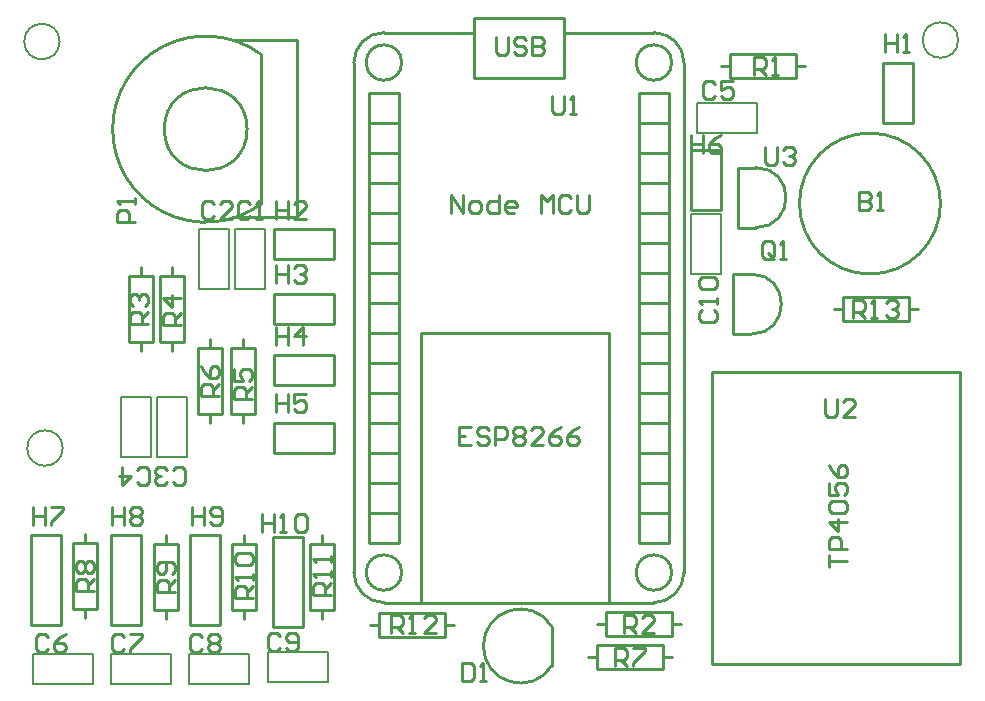
<source format=gto>
%FSLAX43Y43*%
%MOMM*%
G71*
G01*
G75*
%ADD10C,0.500*%
%ADD11C,2.540*%
%ADD12R,2.500X3.000*%
%ADD13R,2.400X3.000*%
%ADD14R,3.000X3.000*%
%ADD15C,2.032*%
%ADD16O,2.032X1.778*%
%ADD17C,1.000*%
%ADD18C,3.048*%
%ADD19O,2.286X1.778*%
%ADD20O,1.778X2.032*%
%ADD21C,1.270*%
%ADD22C,0.254*%
%ADD23C,0.127*%
D22*
X231267Y71882D02*
G03*
X231267Y71882I-5969J0D01*
G01*
X184150Y86360D02*
G03*
X181610Y83820I0J-2540D01*
G01*
X209550D02*
G03*
X207010Y86360I-2540J0D01*
G01*
Y38100D02*
G03*
X209550Y40640I0J2540D01*
G01*
X181610D02*
G03*
X184150Y38100I2540J0D01*
G01*
X185651Y83820D02*
G03*
X185651Y83820I-1501J0D01*
G01*
X208511D02*
G03*
X208511Y83820I-1501J0D01*
G01*
X185651Y40640D02*
G03*
X185651Y40640I-1501J0D01*
G01*
X208511D02*
G03*
X208511Y40640I-1501J0D01*
G01*
X172568Y78181D02*
G03*
X172568Y78181I-3505J0D01*
G01*
X173709Y84545D02*
G03*
X173757Y71853I-4647J-6364D01*
G01*
X215265Y60833D02*
G03*
X215265Y65913I0J2540D01*
G01*
X215646Y69850D02*
G03*
X215646Y74930I0J2540D01*
G01*
X198374Y36068D02*
G03*
X198374Y32766I-2667J-1651D01*
G01*
X211963Y32893D02*
Y57658D01*
X232918D01*
Y32893D02*
Y57658D01*
X211963Y32893D02*
X232918D01*
X182880Y81280D02*
X185420D01*
X182880Y60960D02*
Y81280D01*
Y43180D02*
X185420D01*
Y60960D01*
X182880D02*
X185420D01*
X182880Y43180D02*
Y60960D01*
X205740Y43180D02*
Y60960D01*
X208280D01*
Y43180D02*
Y60960D01*
X205740Y43180D02*
X208280D01*
X205740Y60960D02*
Y81280D01*
X208280D01*
Y60960D02*
Y81280D01*
X205740Y60960D02*
X208280D01*
X181610Y40640D02*
Y83820D01*
X182880Y60960D02*
X185420D01*
X182880D02*
X185420D01*
Y81280D01*
X182880Y63500D02*
X185420D01*
X182880Y66040D02*
X185420D01*
X182880Y68580D02*
X185420D01*
X182880Y71120D02*
X185420D01*
X182880Y73660D02*
X185420D01*
X182880Y76200D02*
X185420D01*
X182880Y78740D02*
X185420D01*
X182880Y58420D02*
X185420D01*
X182880Y55880D02*
X185420D01*
X182880Y53340D02*
X185420D01*
X182880Y50800D02*
X185420D01*
X182880Y48260D02*
X185420D01*
X182880Y45720D02*
X185420D01*
X205740D02*
X208280D01*
X205740Y48260D02*
X208280D01*
X205740Y50800D02*
X208280D01*
X205740Y53340D02*
X208280D01*
X205740Y55880D02*
X208280D01*
X205740Y58420D02*
X208280D01*
X205740Y63500D02*
X208280D01*
X205740Y66040D02*
X208280D01*
X205740Y68580D02*
X208280D01*
X205740Y71120D02*
X208280D01*
X205740Y73660D02*
X208280D01*
X205740Y76200D02*
X208280D01*
X205740Y78740D02*
X208280D01*
X209550Y40640D02*
Y83820D01*
X184150Y38100D02*
X207010D01*
X199390Y86360D02*
X207010D01*
X191770Y82550D02*
Y87630D01*
Y82550D02*
X199390D01*
Y87630D01*
X191770D02*
X199390D01*
X184150Y86360D02*
X191770D01*
X187325Y38100D02*
Y60960D01*
X203200D01*
Y38100D02*
Y60960D01*
X226441Y78740D02*
Y83820D01*
X228981D01*
Y78740D02*
Y83820D01*
X226441Y78740D02*
X228981D01*
X174879Y53340D02*
X179959D01*
Y50800D02*
Y53340D01*
X174879Y50800D02*
X179959D01*
X174879D02*
Y53340D01*
Y59055D02*
X179959D01*
Y56515D02*
Y59055D01*
X174879Y56515D02*
X179959D01*
X174879D02*
Y59055D01*
Y64262D02*
X179959D01*
Y61722D02*
Y64262D01*
X174879Y61722D02*
X179959D01*
X174879D02*
Y64262D01*
Y69723D02*
X179959D01*
Y67183D02*
Y69723D01*
X174879Y67183D02*
X179959D01*
X174879D02*
Y69723D01*
X167767Y36195D02*
X170307D01*
Y43815D01*
X167767D02*
X170307D01*
X167767Y36195D02*
Y43815D01*
X161036Y36195D02*
X163576D01*
Y43815D01*
X161036D02*
X163576D01*
X161036Y36195D02*
Y43815D01*
X154305Y36195D02*
X156845D01*
Y43815D01*
X154305D02*
X156845D01*
X154305Y36195D02*
Y43815D01*
X213487Y82550D02*
Y84582D01*
X219075D01*
Y82550D02*
Y84582D01*
X213487Y82550D02*
X219075D01*
X212725Y83566D02*
X213487D01*
X219075D02*
X219837D01*
X202946Y35306D02*
Y37338D01*
X208534D01*
Y35306D02*
Y37338D01*
X202946Y35306D02*
X208534D01*
X202184Y36322D02*
X202946D01*
X208534D02*
X209296D01*
X168402Y54102D02*
X170434D01*
X168402D02*
Y59690D01*
X170434D01*
Y54102D02*
Y59690D01*
X169418Y53340D02*
Y54102D01*
Y59690D02*
Y60452D01*
X171196Y54102D02*
X173228D01*
X171196D02*
Y59690D01*
X173228D01*
Y54102D02*
Y59690D01*
X172212Y53340D02*
Y54102D01*
Y59690D02*
Y60452D01*
X165227Y60198D02*
X167259D01*
X165227D02*
Y65786D01*
X167259D01*
Y60198D02*
Y65786D01*
X166243Y59436D02*
Y60198D01*
Y65786D02*
Y66548D01*
X162560Y60198D02*
X164592D01*
X162560D02*
Y65786D01*
X164592D01*
Y60198D02*
Y65786D01*
X163576Y59436D02*
Y60198D01*
Y65786D02*
Y66548D01*
X207772Y32512D02*
Y34544D01*
X202184Y32512D02*
X207772D01*
X202184D02*
Y34544D01*
X207772D01*
Y33528D02*
X208534D01*
X201422D02*
X202184D01*
X189357Y35179D02*
Y37211D01*
X183769Y35179D02*
X189357D01*
X183769D02*
Y37211D01*
X189357D01*
Y36195D02*
X190119D01*
X183007D02*
X183769D01*
X177927Y37465D02*
X179959D01*
X177927D02*
Y43053D01*
X179959D01*
Y37465D02*
Y43053D01*
X178943Y36703D02*
Y37465D01*
Y43053D02*
Y43815D01*
X171323Y37465D02*
X173355D01*
X171323D02*
Y43053D01*
X173355D01*
Y37465D02*
Y43053D01*
X172339Y36703D02*
Y37465D01*
Y43053D02*
Y43815D01*
X164719Y37465D02*
X166751D01*
X164719D02*
Y43053D01*
X166751D01*
Y37465D02*
Y43053D01*
X165735Y36703D02*
Y37465D01*
Y43053D02*
Y43815D01*
X157861Y37592D02*
X159893D01*
X157861D02*
Y43180D01*
X159893D01*
Y37592D02*
Y43180D01*
X158877Y36830D02*
Y37592D01*
Y43180D02*
Y43942D01*
X173736Y71882D02*
Y84582D01*
X171552Y85725D02*
X176784D01*
Y70739D02*
Y85725D01*
X171552Y70739D02*
X176784D01*
X174752Y36068D02*
X177292D01*
Y43688D01*
X174752D02*
X177292D01*
X174752Y36068D02*
Y43688D01*
X213741Y60833D02*
Y65913D01*
Y60833D02*
X215265D01*
X213741Y65913D02*
X215265D01*
X214122Y69850D02*
Y74930D01*
Y69850D02*
X215646D01*
X214122Y74930D02*
X215646D01*
X228600Y61976D02*
Y64008D01*
X223012Y61976D02*
X228600D01*
X223012D02*
Y64008D01*
X228600D01*
Y62992D02*
X229362D01*
X222250D02*
X223012D01*
X198374Y32766D02*
Y36068D01*
X212725Y71374D02*
Y76454D01*
X210185Y71374D02*
X212725D01*
X210185D02*
Y76454D01*
X212725D01*
X216408Y76708D02*
Y75438D01*
X216662Y75184D01*
X217170D01*
X217424Y75438D01*
Y76708D01*
X217932Y76454D02*
X218185Y76708D01*
X218693D01*
X218947Y76454D01*
Y76200D01*
X218693Y75946D01*
X218439D01*
X218693D01*
X218947Y75692D01*
Y75438D01*
X218693Y75184D01*
X218185D01*
X217932Y75438D01*
X184785Y35560D02*
Y37084D01*
X185547D01*
X185801Y36830D01*
Y36322D01*
X185547Y36068D01*
X184785D01*
X185293D02*
X185801Y35560D01*
X186309D02*
X186816D01*
X186562D01*
Y37084D01*
X186309Y36830D01*
X188594Y35560D02*
X187578D01*
X188594Y36576D01*
Y36830D01*
X188340Y37084D01*
X187832D01*
X187578Y36830D01*
X179705Y38735D02*
X178181D01*
Y39497D01*
X178435Y39751D01*
X178943D01*
X179197Y39497D01*
Y38735D01*
Y39243D02*
X179705Y39751D01*
Y40259D02*
Y40766D01*
Y40512D01*
X178181D01*
X178435Y40259D01*
X179705Y41528D02*
Y42036D01*
Y41782D01*
X178181D01*
X178435Y41528D01*
X173101Y38481D02*
X171577D01*
Y39243D01*
X171831Y39497D01*
X172339D01*
X172593Y39243D01*
Y38481D01*
Y38989D02*
X173101Y39497D01*
Y40005D02*
Y40512D01*
Y40258D01*
X171577D01*
X171831Y40005D01*
Y41274D02*
X171577Y41528D01*
Y42036D01*
X171831Y42290D01*
X172847D01*
X173101Y42036D01*
Y41528D01*
X172847Y41274D01*
X171831D01*
X166497Y38989D02*
X164973D01*
Y39751D01*
X165227Y40005D01*
X165735D01*
X165989Y39751D01*
Y38989D01*
Y39497D02*
X166497Y40005D01*
X166243Y40513D02*
X166497Y40766D01*
Y41274D01*
X166243Y41528D01*
X165227D01*
X164973Y41274D01*
Y40766D01*
X165227Y40513D01*
X165481D01*
X165735Y40766D01*
Y41528D01*
X159639Y39116D02*
X158115D01*
Y39878D01*
X158369Y40132D01*
X158877D01*
X159131Y39878D01*
Y39116D01*
Y39624D02*
X159639Y40132D01*
X158369Y40640D02*
X158115Y40893D01*
Y41401D01*
X158369Y41655D01*
X158623D01*
X158877Y41401D01*
X159131Y41655D01*
X159385D01*
X159639Y41401D01*
Y40893D01*
X159385Y40640D01*
X159131D01*
X158877Y40893D01*
X158623Y40640D01*
X158369D01*
X158877Y40893D02*
Y41401D01*
X203708Y32766D02*
Y34290D01*
X204470D01*
X204724Y34036D01*
Y33528D01*
X204470Y33274D01*
X203708D01*
X204216D02*
X204724Y32766D01*
X205232Y34290D02*
X206247D01*
Y34036D01*
X205232Y33020D01*
Y32766D01*
X170180Y55626D02*
X168656D01*
Y56388D01*
X168910Y56642D01*
X169418D01*
X169672Y56388D01*
Y55626D01*
Y56134D02*
X170180Y56642D01*
X168656Y58165D02*
X168910Y57657D01*
X169418Y57150D01*
X169926D01*
X170180Y57403D01*
Y57911D01*
X169926Y58165D01*
X169672D01*
X169418Y57911D01*
Y57150D01*
X172974Y55372D02*
X171450D01*
Y56134D01*
X171704Y56388D01*
X172212D01*
X172466Y56134D01*
Y55372D01*
Y55880D02*
X172974Y56388D01*
X171450Y57911D02*
Y56896D01*
X172212D01*
X171958Y57403D01*
Y57657D01*
X172212Y57911D01*
X172720D01*
X172974Y57657D01*
Y57149D01*
X172720Y56896D01*
X167005Y61595D02*
X165481D01*
Y62357D01*
X165735Y62611D01*
X166243D01*
X166497Y62357D01*
Y61595D01*
Y62103D02*
X167005Y62611D01*
Y63880D02*
X165481D01*
X166243Y63119D01*
Y64134D01*
X164211Y61722D02*
X162687D01*
Y62484D01*
X162941Y62738D01*
X163449D01*
X163703Y62484D01*
Y61722D01*
Y62230D02*
X164211Y62738D01*
X162941Y63246D02*
X162687Y63499D01*
Y64007D01*
X162941Y64261D01*
X163195D01*
X163449Y64007D01*
Y63753D01*
Y64007D01*
X163703Y64261D01*
X163957D01*
X164211Y64007D01*
Y63499D01*
X163957Y63246D01*
X204470Y35560D02*
Y37084D01*
X205232D01*
X205486Y36830D01*
Y36322D01*
X205232Y36068D01*
X204470D01*
X204978D02*
X205486Y35560D01*
X207009D02*
X205994D01*
X207009Y36576D01*
Y36830D01*
X206755Y37084D01*
X206247D01*
X205994Y36830D01*
X215519Y82804D02*
Y84328D01*
X216281D01*
X216535Y84074D01*
Y83566D01*
X216281Y83312D01*
X215519D01*
X216027D02*
X216535Y82804D01*
X217043D02*
X217550D01*
X217296D01*
Y84328D01*
X217043Y84074D01*
X217170Y67437D02*
Y68453D01*
X216916Y68707D01*
X216408D01*
X216154Y68453D01*
Y67437D01*
X216408Y67183D01*
X216916D01*
X216662Y67691D02*
X217170Y67183D01*
X216916D02*
X217170Y67437D01*
X217678Y67183D02*
X218185D01*
X217931D01*
Y68707D01*
X217678Y68453D01*
X163068Y70358D02*
X161544D01*
Y71120D01*
X161798Y71374D01*
X162306D01*
X162560Y71120D01*
Y70358D01*
X163068Y71882D02*
Y72389D01*
Y72135D01*
X161544D01*
X161798Y71882D01*
X173863Y45593D02*
Y44069D01*
Y44831D01*
X174879D01*
Y45593D01*
Y44069D01*
X175387D02*
X175894D01*
X175640D01*
Y45593D01*
X175387Y45339D01*
X176656D02*
X176910Y45593D01*
X177418D01*
X177672Y45339D01*
Y44323D01*
X177418Y44069D01*
X176910D01*
X176656Y44323D01*
Y45339D01*
X167894Y46228D02*
Y44704D01*
Y45466D01*
X168910D01*
Y46228D01*
Y44704D01*
X169418Y44958D02*
X169671Y44704D01*
X170179D01*
X170433Y44958D01*
Y45974D01*
X170179Y46228D01*
X169671D01*
X169418Y45974D01*
Y45720D01*
X169671Y45466D01*
X170433D01*
X161163Y46228D02*
Y44704D01*
Y45466D01*
X162179D01*
Y46228D01*
Y44704D01*
X162687Y45974D02*
X162940Y46228D01*
X163448D01*
X163702Y45974D01*
Y45720D01*
X163448Y45466D01*
X163702Y45212D01*
Y44958D01*
X163448Y44704D01*
X162940D01*
X162687Y44958D01*
Y45212D01*
X162940Y45466D01*
X162687Y45720D01*
Y45974D01*
X162940Y45466D02*
X163448D01*
X154432Y46228D02*
Y44704D01*
Y45466D01*
X155448D01*
Y46228D01*
Y44704D01*
X155956Y46228D02*
X156971D01*
Y45974D01*
X155956Y44958D01*
Y44704D01*
X210185Y77724D02*
Y76200D01*
Y76962D01*
X211201D01*
Y77724D01*
Y76200D01*
X212724Y77724D02*
X212216Y77470D01*
X211709Y76962D01*
Y76454D01*
X211962Y76200D01*
X212470D01*
X212724Y76454D01*
Y76708D01*
X212470Y76962D01*
X211709D01*
X175006Y55753D02*
Y54229D01*
Y54991D01*
X176022D01*
Y55753D01*
Y54229D01*
X177545Y55753D02*
X176530D01*
Y54991D01*
X177037Y55245D01*
X177291D01*
X177545Y54991D01*
Y54483D01*
X177291Y54229D01*
X176783D01*
X176530Y54483D01*
X175006Y61468D02*
Y59944D01*
Y60706D01*
X176022D01*
Y61468D01*
Y59944D01*
X177291D02*
Y61468D01*
X176530Y60706D01*
X177545D01*
X175006Y66675D02*
Y65151D01*
Y65913D01*
X176022D01*
Y66675D01*
Y65151D01*
X176530Y66421D02*
X176783Y66675D01*
X177291D01*
X177545Y66421D01*
Y66167D01*
X177291Y65913D01*
X177037D01*
X177291D01*
X177545Y65659D01*
Y65405D01*
X177291Y65151D01*
X176783D01*
X176530Y65405D01*
X175006Y72136D02*
Y70612D01*
Y71374D01*
X176022D01*
Y72136D01*
Y70612D01*
X177545D02*
X176530D01*
X177545Y71628D01*
Y71882D01*
X177291Y72136D01*
X176783D01*
X176530Y71882D01*
X226568Y86233D02*
Y84709D01*
Y85471D01*
X227584D01*
Y86233D01*
Y84709D01*
X228092D02*
X228599D01*
X228345D01*
Y86233D01*
X228092Y85979D01*
X190754Y33020D02*
Y31496D01*
X191516D01*
X191770Y31750D01*
Y32766D01*
X191516Y33020D01*
X190754D01*
X192278Y31496D02*
X192785D01*
X192531D01*
Y33020D01*
X192278Y32766D01*
X211074Y62865D02*
X210820Y62611D01*
Y62103D01*
X211074Y61849D01*
X212090D01*
X212344Y62103D01*
Y62611D01*
X212090Y62865D01*
X212344Y63373D02*
Y63880D01*
Y63626D01*
X210820D01*
X211074Y63373D01*
Y64642D02*
X210820Y64896D01*
Y65404D01*
X211074Y65658D01*
X212090D01*
X212344Y65404D01*
Y64896D01*
X212090Y64642D01*
X211074D01*
X175387Y35306D02*
X175133Y35560D01*
X174625D01*
X174371Y35306D01*
Y34290D01*
X174625Y34036D01*
X175133D01*
X175387Y34290D01*
X175895D02*
X176148Y34036D01*
X176656D01*
X176910Y34290D01*
Y35306D01*
X176656Y35560D01*
X176148D01*
X175895Y35306D01*
Y35052D01*
X176148Y34798D01*
X176910D01*
X168783Y35179D02*
X168529Y35433D01*
X168021D01*
X167767Y35179D01*
Y34163D01*
X168021Y33909D01*
X168529D01*
X168783Y34163D01*
X169291Y35179D02*
X169544Y35433D01*
X170052D01*
X170306Y35179D01*
Y34925D01*
X170052Y34671D01*
X170306Y34417D01*
Y34163D01*
X170052Y33909D01*
X169544D01*
X169291Y34163D01*
Y34417D01*
X169544Y34671D01*
X169291Y34925D01*
Y35179D01*
X169544Y34671D02*
X170052D01*
X162179Y35179D02*
X161925Y35433D01*
X161417D01*
X161163Y35179D01*
Y34163D01*
X161417Y33909D01*
X161925D01*
X162179Y34163D01*
X162687Y35433D02*
X163702D01*
Y35179D01*
X162687Y34163D01*
Y33909D01*
X155702Y35179D02*
X155448Y35433D01*
X154940D01*
X154686Y35179D01*
Y34163D01*
X154940Y33909D01*
X155448D01*
X155702Y34163D01*
X157225Y35433D02*
X156717Y35179D01*
X156210Y34671D01*
Y34163D01*
X156463Y33909D01*
X156971D01*
X157225Y34163D01*
Y34417D01*
X156971Y34671D01*
X156210D01*
X212217Y82042D02*
X211963Y82296D01*
X211455D01*
X211201Y82042D01*
Y81026D01*
X211455Y80772D01*
X211963D01*
X212217Y81026D01*
X213740Y82296D02*
X212725D01*
Y81534D01*
X213232Y81788D01*
X213486D01*
X213740Y81534D01*
Y81026D01*
X213486Y80772D01*
X212978D01*
X212725Y81026D01*
X163246Y48311D02*
X163500Y48057D01*
X164008D01*
X164262Y48311D01*
Y49327D01*
X164008Y49581D01*
X163500D01*
X163246Y49327D01*
X161977Y49581D02*
Y48057D01*
X162738Y48819D01*
X161723D01*
X166320Y48311D02*
X166573Y48057D01*
X167081D01*
X167335Y48311D01*
Y49327D01*
X167081Y49581D01*
X166573D01*
X166320Y49327D01*
X165812Y48311D02*
X165558Y48057D01*
X165050D01*
X164796Y48311D01*
Y48565D01*
X165050Y48819D01*
X165304D01*
X165050D01*
X164796Y49073D01*
Y49327D01*
X165050Y49581D01*
X165558D01*
X165812Y49327D01*
X169748Y71805D02*
X169494Y72059D01*
X168986D01*
X168732Y71805D01*
Y70790D01*
X168986Y70536D01*
X169494D01*
X169748Y70790D01*
X171271Y70536D02*
X170256D01*
X171271Y71551D01*
Y71805D01*
X171017Y72059D01*
X170510D01*
X170256Y71805D01*
X172796Y71831D02*
X172542Y72085D01*
X172034D01*
X171780Y71831D01*
Y70815D01*
X172034Y70561D01*
X172542D01*
X172796Y70815D01*
X173304Y70561D02*
X173812D01*
X173558D01*
Y72085D01*
X173304Y71831D01*
X224409Y72898D02*
Y71374D01*
X225171D01*
X225425Y71628D01*
Y71882D01*
X225171Y72136D01*
X224409D01*
X225171D01*
X225425Y72390D01*
Y72644D01*
X225171Y72898D01*
X224409D01*
X225933Y71374D02*
X226440D01*
X226186D01*
Y72898D01*
X225933Y72644D01*
X223901Y62230D02*
Y63754D01*
X224663D01*
X224917Y63500D01*
Y62992D01*
X224663Y62738D01*
X223901D01*
X224409D02*
X224917Y62230D01*
X225425D02*
X225932D01*
X225678D01*
Y63754D01*
X225425Y63500D01*
X226694D02*
X226948Y63754D01*
X227456D01*
X227710Y63500D01*
Y63246D01*
X227456Y62992D01*
X227202D01*
X227456D01*
X227710Y62738D01*
Y62484D01*
X227456Y62230D01*
X226948D01*
X226694Y62484D01*
X198374Y81026D02*
Y79756D01*
X198628Y79502D01*
X199136D01*
X199390Y79756D01*
Y81026D01*
X199898Y79502D02*
X200405D01*
X200151D01*
Y81026D01*
X199898Y80772D01*
X221488Y55372D02*
Y54102D01*
X221742Y53848D01*
X222250D01*
X222504Y54102D01*
Y55372D01*
X224027Y53848D02*
X223012D01*
X224027Y54864D01*
Y55118D01*
X223773Y55372D01*
X223265D01*
X223012Y55118D01*
X221869Y41148D02*
Y42164D01*
Y41656D01*
X223393D01*
Y42672D02*
X221869D01*
Y43433D01*
X222123Y43687D01*
X222631D01*
X222885Y43433D01*
Y42672D01*
X223393Y44957D02*
X221869D01*
X222631Y44195D01*
Y45211D01*
X222123Y45719D02*
X221869Y45972D01*
Y46480D01*
X222123Y46734D01*
X223139D01*
X223393Y46480D01*
Y45972D01*
X223139Y45719D01*
X222123D01*
X221869Y48258D02*
Y47242D01*
X222631D01*
X222377Y47750D01*
Y48004D01*
X222631Y48258D01*
X223139D01*
X223393Y48004D01*
Y47496D01*
X223139Y47242D01*
X221869Y49781D02*
X222123Y49273D01*
X222631Y48766D01*
X223139D01*
X223393Y49019D01*
Y49527D01*
X223139Y49781D01*
X222885D01*
X222631Y49527D01*
Y48766D01*
X193675Y85979D02*
Y84709D01*
X193929Y84455D01*
X194437D01*
X194691Y84709D01*
Y85979D01*
X196214Y85725D02*
X195960Y85979D01*
X195452D01*
X195199Y85725D01*
Y85471D01*
X195452Y85217D01*
X195960D01*
X196214Y84963D01*
Y84709D01*
X195960Y84455D01*
X195452D01*
X195199Y84709D01*
X196722Y85979D02*
Y84455D01*
X197484D01*
X197738Y84709D01*
Y84963D01*
X197484Y85217D01*
X196722D01*
X197484D01*
X197738Y85471D01*
Y85725D01*
X197484Y85979D01*
X196722D01*
X189865Y71120D02*
Y72644D01*
X190881Y71120D01*
Y72644D01*
X191642Y71120D02*
X192150D01*
X192404Y71374D01*
Y71882D01*
X192150Y72136D01*
X191642D01*
X191389Y71882D01*
Y71374D01*
X191642Y71120D01*
X193928Y72644D02*
Y71120D01*
X193166D01*
X192912Y71374D01*
Y71882D01*
X193166Y72136D01*
X193928D01*
X195197Y71120D02*
X194689D01*
X194436Y71374D01*
Y71882D01*
X194689Y72136D01*
X195197D01*
X195451Y71882D01*
Y71628D01*
X194436D01*
X197483Y71120D02*
Y72644D01*
X197990Y72136D01*
X198498Y72644D01*
Y71120D01*
X200022Y72390D02*
X199768Y72644D01*
X199260D01*
X199006Y72390D01*
Y71374D01*
X199260Y71120D01*
X199768D01*
X200022Y71374D01*
X200530Y72644D02*
Y71374D01*
X200783Y71120D01*
X201291D01*
X201545Y71374D01*
Y72644D01*
X191516Y52959D02*
X190500D01*
Y51435D01*
X191516D01*
X190500Y52197D02*
X191008D01*
X193039Y52705D02*
X192785Y52959D01*
X192277D01*
X192024Y52705D01*
Y52451D01*
X192277Y52197D01*
X192785D01*
X193039Y51943D01*
Y51689D01*
X192785Y51435D01*
X192277D01*
X192024Y51689D01*
X193547Y51435D02*
Y52959D01*
X194309D01*
X194563Y52705D01*
Y52197D01*
X194309Y51943D01*
X193547D01*
X195071Y52705D02*
X195324Y52959D01*
X195832D01*
X196086Y52705D01*
Y52451D01*
X195832Y52197D01*
X196086Y51943D01*
Y51689D01*
X195832Y51435D01*
X195324D01*
X195071Y51689D01*
Y51943D01*
X195324Y52197D01*
X195071Y52451D01*
Y52705D01*
X195324Y52197D02*
X195832D01*
X197610Y51435D02*
X196594D01*
X197610Y52451D01*
Y52705D01*
X197356Y52959D01*
X196848D01*
X196594Y52705D01*
X199133Y52959D02*
X198625Y52705D01*
X198118Y52197D01*
Y51689D01*
X198371Y51435D01*
X198879D01*
X199133Y51689D01*
Y51943D01*
X198879Y52197D01*
X198118D01*
X200657Y52959D02*
X200149Y52705D01*
X199641Y52197D01*
Y51689D01*
X199895Y51435D01*
X200403D01*
X200657Y51689D01*
Y51943D01*
X200403Y52197D01*
X199641D01*
D23*
X232767Y85725D02*
G03*
X232767Y85725I-1500J0D01*
G01*
X156948Y51181D02*
G03*
X156948Y51181I-1500J0D01*
G01*
X156694Y85598D02*
G03*
X156694Y85598I-1500J0D01*
G01*
X174117Y64643D02*
Y69723D01*
X171577D02*
X174117D01*
X171577Y64643D02*
Y69723D01*
Y64643D02*
X174117D01*
X171069D02*
Y69723D01*
X168529D02*
X171069D01*
X168529Y64643D02*
Y69723D01*
Y64643D02*
X171069D01*
X164973Y50419D02*
Y55499D01*
Y50419D02*
X167513D01*
Y55499D01*
X164973D02*
X167513D01*
X161925Y50419D02*
Y55499D01*
Y50419D02*
X164465D01*
Y55499D01*
X161925D02*
X164465D01*
X210693Y77851D02*
X215773D01*
Y80391D01*
X210693D02*
X215773D01*
X210693Y77851D02*
Y80391D01*
X174371Y31369D02*
X179451D01*
Y33909D01*
X174371D02*
X179451D01*
X174371Y31369D02*
Y33909D01*
X167640Y31242D02*
X172720D01*
Y33782D01*
X167640D02*
X172720D01*
X167640Y31242D02*
Y33782D01*
X161036Y31242D02*
X166116D01*
Y33782D01*
X161036D02*
X166116D01*
X161036Y31242D02*
Y33782D01*
X154432Y31242D02*
X159512D01*
Y33782D01*
X154432D02*
X159512D01*
X154432Y31242D02*
Y33782D01*
X212725Y65913D02*
Y70993D01*
X210185D02*
X212725D01*
X210185Y65913D02*
Y70993D01*
Y65913D02*
X212725D01*
M02*

</source>
